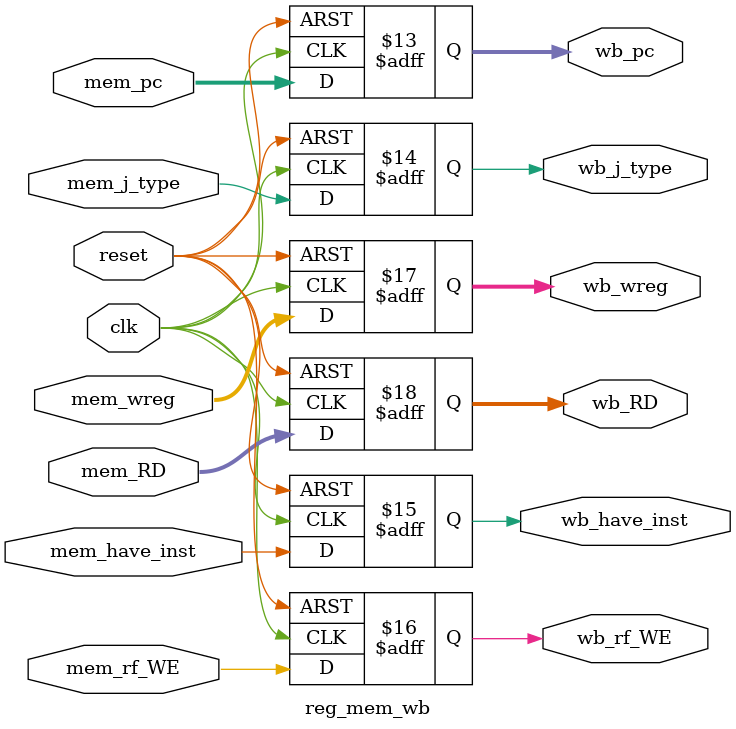
<source format=v>
module reg_mem_wb(
    input [31:0]mem_RD,
    input [31:0]mem_wreg,
    input mem_rf_WE,
    output reg [31:0]wb_wreg,
    output reg [31:0]wb_RD,
    output reg wb_rf_WE,
    input clk,
    input reset,
    input mem_have_inst,
    output reg wb_have_inst,
    input mem_j_type,
    output reg wb_j_type,
    input [31:0]mem_pc,
    output reg [31:0]wb_pc
    );
    always @(posedge clk or negedge reset) begin
        if(~reset)
            wb_RD <= 32'b0;
        else
            wb_RD <= mem_RD;
    end
    always @(posedge clk or negedge reset) begin
        if(~reset)
            wb_wreg <= 32'b0;
        else
            wb_wreg <= mem_wreg;
    end
    always @(posedge clk or negedge reset) begin
        if(~reset)
            wb_rf_WE <= 1'b0;
        else
            wb_rf_WE <= mem_rf_WE;
    end
    always @(posedge clk or negedge reset) begin
        if(~reset)
            wb_have_inst <= 1'b0;
        else
            wb_have_inst <= mem_have_inst;
    end
    always @(posedge clk or negedge reset) begin
        if(~reset)
            wb_j_type <= 1'b0;
        else
            wb_j_type <= mem_j_type;
    end
    always @(posedge clk or negedge reset) begin
        if(~reset)
            wb_pc <= 1'b0;
        else
            wb_pc <= mem_pc;
    end
endmodule

</source>
